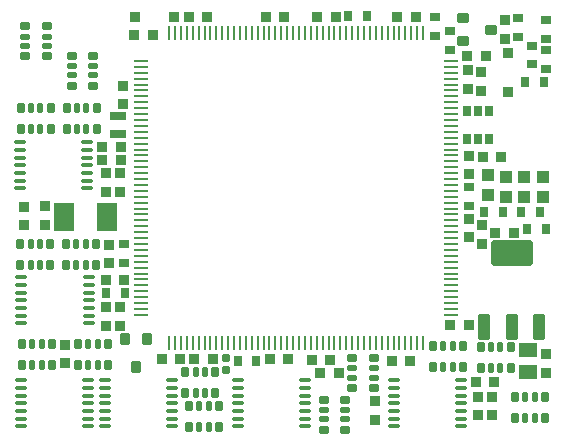
<source format=gtp>
G04*
G04 #@! TF.GenerationSoftware,Altium Limited,Altium Designer,20.0.10 (225)*
G04*
G04 Layer_Color=8421504*
%FSLAX25Y25*%
%MOIN*%
G70*
G01*
G75*
G04:AMPARAMS|DCode=17|XSize=27.56mil|YSize=23.62mil|CornerRadius=2.36mil|HoleSize=0mil|Usage=FLASHONLY|Rotation=180.000|XOffset=0mil|YOffset=0mil|HoleType=Round|Shape=RoundedRectangle|*
%AMROUNDEDRECTD17*
21,1,0.02756,0.01890,0,0,180.0*
21,1,0.02284,0.02362,0,0,180.0*
1,1,0.00472,-0.01142,0.00945*
1,1,0.00472,0.01142,0.00945*
1,1,0.00472,0.01142,-0.00945*
1,1,0.00472,-0.01142,-0.00945*
%
%ADD17ROUNDEDRECTD17*%
G04:AMPARAMS|DCode=18|XSize=137.8mil|YSize=84.65mil|CornerRadius=8.47mil|HoleSize=0mil|Usage=FLASHONLY|Rotation=0.000|XOffset=0mil|YOffset=0mil|HoleType=Round|Shape=RoundedRectangle|*
%AMROUNDEDRECTD18*
21,1,0.13780,0.06772,0,0,0.0*
21,1,0.12087,0.08465,0,0,0.0*
1,1,0.01693,0.06043,-0.03386*
1,1,0.01693,-0.06043,-0.03386*
1,1,0.01693,-0.06043,0.03386*
1,1,0.01693,0.06043,0.03386*
%
%ADD18ROUNDEDRECTD18*%
G04:AMPARAMS|DCode=19|XSize=43.31mil|YSize=84.65mil|CornerRadius=4.33mil|HoleSize=0mil|Usage=FLASHONLY|Rotation=0.000|XOffset=0mil|YOffset=0mil|HoleType=Round|Shape=RoundedRectangle|*
%AMROUNDEDRECTD19*
21,1,0.04331,0.07598,0,0,0.0*
21,1,0.03465,0.08465,0,0,0.0*
1,1,0.00866,0.01732,-0.03799*
1,1,0.00866,-0.01732,-0.03799*
1,1,0.00866,-0.01732,0.03799*
1,1,0.00866,0.01732,0.03799*
%
%ADD19ROUNDEDRECTD19*%
G04:AMPARAMS|DCode=20|XSize=43.31mil|YSize=84.65mil|CornerRadius=4.33mil|HoleSize=0mil|Usage=FLASHONLY|Rotation=0.000|XOffset=0mil|YOffset=0mil|HoleType=Round|Shape=RoundedRectangle|*
%AMROUNDEDRECTD20*
21,1,0.04331,0.07599,0,0,0.0*
21,1,0.03465,0.08465,0,0,0.0*
1,1,0.00866,0.01732,-0.03799*
1,1,0.00866,-0.01732,-0.03799*
1,1,0.00866,-0.01732,0.03799*
1,1,0.00866,0.01732,0.03799*
%
%ADD20ROUNDEDRECTD20*%
%ADD21O,0.04331X0.01181*%
%ADD22O,0.00866X0.05118*%
%ADD23O,0.05118X0.00866*%
G04:AMPARAMS|DCode=24|XSize=33.47mil|YSize=33.47mil|CornerRadius=3.35mil|HoleSize=0mil|Usage=FLASHONLY|Rotation=180.000|XOffset=0mil|YOffset=0mil|HoleType=Round|Shape=RoundedRectangle|*
%AMROUNDEDRECTD24*
21,1,0.03347,0.02677,0,0,180.0*
21,1,0.02677,0.03347,0,0,180.0*
1,1,0.00669,-0.01339,0.01339*
1,1,0.00669,0.01339,0.01339*
1,1,0.00669,0.01339,-0.01339*
1,1,0.00669,-0.01339,-0.01339*
%
%ADD24ROUNDEDRECTD24*%
G04:AMPARAMS|DCode=25|XSize=33.47mil|YSize=33.47mil|CornerRadius=3.35mil|HoleSize=0mil|Usage=FLASHONLY|Rotation=270.000|XOffset=0mil|YOffset=0mil|HoleType=Round|Shape=RoundedRectangle|*
%AMROUNDEDRECTD25*
21,1,0.03347,0.02677,0,0,270.0*
21,1,0.02677,0.03347,0,0,270.0*
1,1,0.00669,-0.01339,-0.01339*
1,1,0.00669,-0.01339,0.01339*
1,1,0.00669,0.01339,0.01339*
1,1,0.00669,0.01339,-0.01339*
%
%ADD25ROUNDEDRECTD25*%
G04:AMPARAMS|DCode=26|XSize=39.37mil|YSize=43.31mil|CornerRadius=3.94mil|HoleSize=0mil|Usage=FLASHONLY|Rotation=270.000|XOffset=0mil|YOffset=0mil|HoleType=Round|Shape=RoundedRectangle|*
%AMROUNDEDRECTD26*
21,1,0.03937,0.03543,0,0,270.0*
21,1,0.03150,0.04331,0,0,270.0*
1,1,0.00787,-0.01772,-0.01575*
1,1,0.00787,-0.01772,0.01575*
1,1,0.00787,0.01772,0.01575*
1,1,0.00787,0.01772,-0.01575*
%
%ADD26ROUNDEDRECTD26*%
%ADD27R,0.05906X0.05118*%
G04:AMPARAMS|DCode=28|XSize=27.56mil|YSize=36.22mil|CornerRadius=2.76mil|HoleSize=0mil|Usage=FLASHONLY|Rotation=180.000|XOffset=0mil|YOffset=0mil|HoleType=Round|Shape=RoundedRectangle|*
%AMROUNDEDRECTD28*
21,1,0.02756,0.03071,0,0,180.0*
21,1,0.02205,0.03622,0,0,180.0*
1,1,0.00551,-0.01102,0.01535*
1,1,0.00551,0.01102,0.01535*
1,1,0.00551,0.01102,-0.01535*
1,1,0.00551,-0.01102,-0.01535*
%
%ADD28ROUNDEDRECTD28*%
G04:AMPARAMS|DCode=29|XSize=27.56mil|YSize=36.22mil|CornerRadius=2.76mil|HoleSize=0mil|Usage=FLASHONLY|Rotation=90.000|XOffset=0mil|YOffset=0mil|HoleType=Round|Shape=RoundedRectangle|*
%AMROUNDEDRECTD29*
21,1,0.02756,0.03071,0,0,90.0*
21,1,0.02205,0.03622,0,0,90.0*
1,1,0.00551,0.01535,0.01102*
1,1,0.00551,0.01535,-0.01102*
1,1,0.00551,-0.01535,-0.01102*
1,1,0.00551,-0.01535,0.01102*
%
%ADD29ROUNDEDRECTD29*%
G04:AMPARAMS|DCode=30|XSize=35.43mil|YSize=37.4mil|CornerRadius=3.54mil|HoleSize=0mil|Usage=FLASHONLY|Rotation=270.000|XOffset=0mil|YOffset=0mil|HoleType=Round|Shape=RoundedRectangle|*
%AMROUNDEDRECTD30*
21,1,0.03543,0.03032,0,0,270.0*
21,1,0.02835,0.03740,0,0,270.0*
1,1,0.00709,-0.01516,-0.01417*
1,1,0.00709,-0.01516,0.01417*
1,1,0.00709,0.01516,0.01417*
1,1,0.00709,0.01516,-0.01417*
%
%ADD30ROUNDEDRECTD30*%
G04:AMPARAMS|DCode=31|XSize=35.43mil|YSize=37.4mil|CornerRadius=3.54mil|HoleSize=0mil|Usage=FLASHONLY|Rotation=270.000|XOffset=0mil|YOffset=0mil|HoleType=Round|Shape=RoundedRectangle|*
%AMROUNDEDRECTD31*
21,1,0.03543,0.03032,0,0,270.0*
21,1,0.02835,0.03740,0,0,270.0*
1,1,0.00709,-0.01516,-0.01417*
1,1,0.00709,-0.01516,0.01417*
1,1,0.00709,0.01516,0.01417*
1,1,0.00709,0.01516,-0.01417*
%
%ADD31ROUNDEDRECTD31*%
%ADD32R,0.06693X0.09449*%
G04:AMPARAMS|DCode=33|XSize=23.62mil|YSize=35.43mil|CornerRadius=2.36mil|HoleSize=0mil|Usage=FLASHONLY|Rotation=180.000|XOffset=0mil|YOffset=0mil|HoleType=Round|Shape=RoundedRectangle|*
%AMROUNDEDRECTD33*
21,1,0.02362,0.03071,0,0,180.0*
21,1,0.01890,0.03543,0,0,180.0*
1,1,0.00472,-0.00945,0.01535*
1,1,0.00472,0.00945,0.01535*
1,1,0.00472,0.00945,-0.01535*
1,1,0.00472,-0.00945,-0.01535*
%
%ADD33ROUNDEDRECTD33*%
G04:AMPARAMS|DCode=34|XSize=25.59mil|YSize=31.5mil|CornerRadius=2.56mil|HoleSize=0mil|Usage=FLASHONLY|Rotation=0.000|XOffset=0mil|YOffset=0mil|HoleType=Round|Shape=RoundedRectangle|*
%AMROUNDEDRECTD34*
21,1,0.02559,0.02638,0,0,0.0*
21,1,0.02047,0.03150,0,0,0.0*
1,1,0.00512,0.01024,-0.01319*
1,1,0.00512,-0.01024,-0.01319*
1,1,0.00512,-0.01024,0.01319*
1,1,0.00512,0.01024,0.01319*
%
%ADD34ROUNDEDRECTD34*%
G04:AMPARAMS|DCode=35|XSize=17.72mil|YSize=31.5mil|CornerRadius=1.77mil|HoleSize=0mil|Usage=FLASHONLY|Rotation=0.000|XOffset=0mil|YOffset=0mil|HoleType=Round|Shape=RoundedRectangle|*
%AMROUNDEDRECTD35*
21,1,0.01772,0.02795,0,0,0.0*
21,1,0.01417,0.03150,0,0,0.0*
1,1,0.00354,0.00709,-0.01398*
1,1,0.00354,-0.00709,-0.01398*
1,1,0.00354,-0.00709,0.01398*
1,1,0.00354,0.00709,0.01398*
%
%ADD35ROUNDEDRECTD35*%
G04:AMPARAMS|DCode=36|XSize=35.83mil|YSize=33.47mil|CornerRadius=3.35mil|HoleSize=0mil|Usage=FLASHONLY|Rotation=270.000|XOffset=0mil|YOffset=0mil|HoleType=Round|Shape=RoundedRectangle|*
%AMROUNDEDRECTD36*
21,1,0.03583,0.02677,0,0,270.0*
21,1,0.02913,0.03347,0,0,270.0*
1,1,0.00669,-0.01339,-0.01457*
1,1,0.00669,-0.01339,0.01457*
1,1,0.00669,0.01339,0.01457*
1,1,0.00669,0.01339,-0.01457*
%
%ADD36ROUNDEDRECTD36*%
G04:AMPARAMS|DCode=37|XSize=35.43mil|YSize=37.4mil|CornerRadius=3.54mil|HoleSize=0mil|Usage=FLASHONLY|Rotation=180.000|XOffset=0mil|YOffset=0mil|HoleType=Round|Shape=RoundedRectangle|*
%AMROUNDEDRECTD37*
21,1,0.03543,0.03032,0,0,180.0*
21,1,0.02835,0.03740,0,0,180.0*
1,1,0.00709,-0.01417,0.01516*
1,1,0.00709,0.01417,0.01516*
1,1,0.00709,0.01417,-0.01516*
1,1,0.00709,-0.01417,-0.01516*
%
%ADD37ROUNDEDRECTD37*%
G04:AMPARAMS|DCode=38|XSize=35.43mil|YSize=37.4mil|CornerRadius=3.54mil|HoleSize=0mil|Usage=FLASHONLY|Rotation=180.000|XOffset=0mil|YOffset=0mil|HoleType=Round|Shape=RoundedRectangle|*
%AMROUNDEDRECTD38*
21,1,0.03543,0.03032,0,0,180.0*
21,1,0.02835,0.03740,0,0,180.0*
1,1,0.00709,-0.01417,0.01516*
1,1,0.00709,0.01417,0.01516*
1,1,0.00709,0.01417,-0.01516*
1,1,0.00709,-0.01417,-0.01516*
%
%ADD38ROUNDEDRECTD38*%
G04:AMPARAMS|DCode=39|XSize=25.59mil|YSize=31.5mil|CornerRadius=2.56mil|HoleSize=0mil|Usage=FLASHONLY|Rotation=270.000|XOffset=0mil|YOffset=0mil|HoleType=Round|Shape=RoundedRectangle|*
%AMROUNDEDRECTD39*
21,1,0.02559,0.02638,0,0,270.0*
21,1,0.02047,0.03150,0,0,270.0*
1,1,0.00512,-0.01319,-0.01024*
1,1,0.00512,-0.01319,0.01024*
1,1,0.00512,0.01319,0.01024*
1,1,0.00512,0.01319,-0.01024*
%
%ADD39ROUNDEDRECTD39*%
G04:AMPARAMS|DCode=40|XSize=17.72mil|YSize=31.5mil|CornerRadius=1.77mil|HoleSize=0mil|Usage=FLASHONLY|Rotation=270.000|XOffset=0mil|YOffset=0mil|HoleType=Round|Shape=RoundedRectangle|*
%AMROUNDEDRECTD40*
21,1,0.01772,0.02795,0,0,270.0*
21,1,0.01417,0.03150,0,0,270.0*
1,1,0.00354,-0.01398,-0.00709*
1,1,0.00354,-0.01398,0.00709*
1,1,0.00354,0.01398,0.00709*
1,1,0.00354,0.01398,-0.00709*
%
%ADD40ROUNDEDRECTD40*%
G04:AMPARAMS|DCode=41|XSize=27.56mil|YSize=55.12mil|CornerRadius=2.76mil|HoleSize=0mil|Usage=FLASHONLY|Rotation=270.000|XOffset=0mil|YOffset=0mil|HoleType=Round|Shape=RoundedRectangle|*
%AMROUNDEDRECTD41*
21,1,0.02756,0.04961,0,0,270.0*
21,1,0.02205,0.05512,0,0,270.0*
1,1,0.00551,-0.02480,-0.01102*
1,1,0.00551,-0.02480,0.01102*
1,1,0.00551,0.02480,0.01102*
1,1,0.00551,0.02480,-0.01102*
%
%ADD41ROUNDEDRECTD41*%
G04:AMPARAMS|DCode=42|XSize=35.83mil|YSize=33.47mil|CornerRadius=3.35mil|HoleSize=0mil|Usage=FLASHONLY|Rotation=180.000|XOffset=0mil|YOffset=0mil|HoleType=Round|Shape=RoundedRectangle|*
%AMROUNDEDRECTD42*
21,1,0.03583,0.02677,0,0,180.0*
21,1,0.02913,0.03347,0,0,180.0*
1,1,0.00669,-0.01457,0.01339*
1,1,0.00669,0.01457,0.01339*
1,1,0.00669,0.01457,-0.01339*
1,1,0.00669,-0.01457,-0.01339*
%
%ADD42ROUNDEDRECTD42*%
D17*
X72835Y24213D02*
D03*
Y28150D02*
D03*
D18*
X167913Y62992D02*
D03*
D19*
X176969Y38583D02*
D03*
X158858D02*
D03*
D20*
X167913D02*
D03*
D21*
X150984Y5315D02*
D03*
Y7874D02*
D03*
Y10433D02*
D03*
Y12992D02*
D03*
Y15551D02*
D03*
Y18110D02*
D03*
Y20669D02*
D03*
X128543Y5315D02*
D03*
Y7874D02*
D03*
Y10433D02*
D03*
Y12992D02*
D03*
Y15551D02*
D03*
Y18110D02*
D03*
Y20669D02*
D03*
X26969Y39665D02*
D03*
Y42224D02*
D03*
Y44783D02*
D03*
Y47343D02*
D03*
Y49902D02*
D03*
Y52461D02*
D03*
Y55020D02*
D03*
X4527Y39665D02*
D03*
Y42224D02*
D03*
Y44783D02*
D03*
Y47343D02*
D03*
Y49902D02*
D03*
Y52461D02*
D03*
Y55020D02*
D03*
X26476Y84646D02*
D03*
Y87205D02*
D03*
Y89764D02*
D03*
Y92323D02*
D03*
Y94882D02*
D03*
Y97441D02*
D03*
Y100000D02*
D03*
X4035Y84646D02*
D03*
Y87205D02*
D03*
Y89764D02*
D03*
Y92323D02*
D03*
Y94882D02*
D03*
Y97441D02*
D03*
Y100000D02*
D03*
X32284Y20669D02*
D03*
Y18110D02*
D03*
Y15551D02*
D03*
Y12992D02*
D03*
Y10433D02*
D03*
Y7874D02*
D03*
Y5315D02*
D03*
X54724Y20669D02*
D03*
Y18110D02*
D03*
Y15551D02*
D03*
Y12992D02*
D03*
Y10433D02*
D03*
Y7874D02*
D03*
Y5315D02*
D03*
X76673Y20669D02*
D03*
Y18110D02*
D03*
Y15551D02*
D03*
Y12992D02*
D03*
Y10433D02*
D03*
Y7874D02*
D03*
Y5315D02*
D03*
X99114Y20669D02*
D03*
Y18110D02*
D03*
Y15551D02*
D03*
Y12992D02*
D03*
Y10433D02*
D03*
Y7874D02*
D03*
Y5315D02*
D03*
X26673D02*
D03*
Y7874D02*
D03*
Y10433D02*
D03*
Y12992D02*
D03*
Y15551D02*
D03*
Y18110D02*
D03*
Y20669D02*
D03*
X4232Y5315D02*
D03*
Y7874D02*
D03*
Y10433D02*
D03*
Y12992D02*
D03*
Y15551D02*
D03*
Y18110D02*
D03*
Y20669D02*
D03*
D22*
X53740Y136614D02*
D03*
X55709D02*
D03*
X57677D02*
D03*
X59646D02*
D03*
X61614D02*
D03*
X63583D02*
D03*
X65551D02*
D03*
X67520D02*
D03*
X69488D02*
D03*
X71457D02*
D03*
X73425D02*
D03*
X75394D02*
D03*
X77362D02*
D03*
X79331D02*
D03*
X81299D02*
D03*
X83268D02*
D03*
X85236D02*
D03*
X87205D02*
D03*
X89173D02*
D03*
X91142D02*
D03*
X93110D02*
D03*
X95079D02*
D03*
X97047D02*
D03*
X99016D02*
D03*
X100984D02*
D03*
X102953D02*
D03*
X104921D02*
D03*
X106890D02*
D03*
X108858D02*
D03*
X110827D02*
D03*
X112795D02*
D03*
X114764D02*
D03*
X116732D02*
D03*
X118701D02*
D03*
X120669D02*
D03*
X122638D02*
D03*
X124606D02*
D03*
X126575D02*
D03*
X128543D02*
D03*
X130512D02*
D03*
X132480D02*
D03*
X134449D02*
D03*
X136417D02*
D03*
X138386D02*
D03*
Y33071D02*
D03*
X136417D02*
D03*
X134449D02*
D03*
X132480D02*
D03*
X130512D02*
D03*
X128543D02*
D03*
X126575D02*
D03*
X124606D02*
D03*
X122638D02*
D03*
X120669D02*
D03*
X118701D02*
D03*
X116732D02*
D03*
X114764D02*
D03*
X112795D02*
D03*
X110827D02*
D03*
X108858D02*
D03*
X106890D02*
D03*
X104921D02*
D03*
X102953D02*
D03*
X100984D02*
D03*
X99016D02*
D03*
X97047D02*
D03*
X95079D02*
D03*
X93110D02*
D03*
X91142D02*
D03*
X89173D02*
D03*
X87205D02*
D03*
X85236D02*
D03*
X83268D02*
D03*
X81299D02*
D03*
X79331D02*
D03*
X77362D02*
D03*
X75394D02*
D03*
X73425D02*
D03*
X71457D02*
D03*
X69488D02*
D03*
X67520D02*
D03*
X65551D02*
D03*
X63583D02*
D03*
X61614D02*
D03*
X59646D02*
D03*
X57677D02*
D03*
X55709D02*
D03*
X53740D02*
D03*
D23*
X147835Y127165D02*
D03*
Y125197D02*
D03*
Y123228D02*
D03*
Y121260D02*
D03*
Y119291D02*
D03*
Y117323D02*
D03*
Y115354D02*
D03*
Y113386D02*
D03*
Y111417D02*
D03*
Y109449D02*
D03*
Y107480D02*
D03*
Y105512D02*
D03*
Y103543D02*
D03*
Y101575D02*
D03*
Y99606D02*
D03*
Y97638D02*
D03*
Y95669D02*
D03*
Y93701D02*
D03*
Y91732D02*
D03*
Y89764D02*
D03*
Y87795D02*
D03*
Y85827D02*
D03*
Y83858D02*
D03*
Y81890D02*
D03*
Y79921D02*
D03*
Y77953D02*
D03*
Y75984D02*
D03*
Y74016D02*
D03*
Y72047D02*
D03*
Y70079D02*
D03*
Y68110D02*
D03*
Y66142D02*
D03*
Y64173D02*
D03*
Y62205D02*
D03*
Y60236D02*
D03*
Y58268D02*
D03*
Y56299D02*
D03*
Y54331D02*
D03*
Y52362D02*
D03*
Y50394D02*
D03*
Y48425D02*
D03*
Y46457D02*
D03*
Y44488D02*
D03*
Y42520D02*
D03*
X44291D02*
D03*
Y44488D02*
D03*
Y46457D02*
D03*
Y48425D02*
D03*
Y50394D02*
D03*
Y52362D02*
D03*
Y54331D02*
D03*
Y56299D02*
D03*
Y58268D02*
D03*
Y60236D02*
D03*
Y62205D02*
D03*
Y64173D02*
D03*
Y66142D02*
D03*
Y68110D02*
D03*
Y70079D02*
D03*
Y72047D02*
D03*
Y74016D02*
D03*
Y75984D02*
D03*
Y77953D02*
D03*
Y79921D02*
D03*
Y81890D02*
D03*
Y83858D02*
D03*
Y85827D02*
D03*
Y87795D02*
D03*
Y89764D02*
D03*
Y91732D02*
D03*
Y93701D02*
D03*
Y95669D02*
D03*
Y97638D02*
D03*
Y99606D02*
D03*
Y101575D02*
D03*
Y103543D02*
D03*
Y105512D02*
D03*
Y107480D02*
D03*
Y109449D02*
D03*
Y111417D02*
D03*
Y113386D02*
D03*
Y115354D02*
D03*
Y117323D02*
D03*
Y119291D02*
D03*
Y121260D02*
D03*
Y123228D02*
D03*
Y125197D02*
D03*
Y127165D02*
D03*
D24*
X162165Y20079D02*
D03*
X155945D02*
D03*
X159409Y128740D02*
D03*
X153189D02*
D03*
X168760Y69882D02*
D03*
X162539D02*
D03*
X68386Y27854D02*
D03*
X62165D02*
D03*
X129724Y141811D02*
D03*
X135945D02*
D03*
X134114Y27165D02*
D03*
X127894D02*
D03*
X48287Y135827D02*
D03*
X42067D02*
D03*
X164527Y95177D02*
D03*
X158307D02*
D03*
X57441Y27756D02*
D03*
X51220D02*
D03*
X110394Y23031D02*
D03*
X104173D02*
D03*
X31536Y94193D02*
D03*
X37756D02*
D03*
X60276Y141929D02*
D03*
X66496D02*
D03*
X92185Y141831D02*
D03*
X85965D02*
D03*
X109311Y141831D02*
D03*
X103091D02*
D03*
X147382Y39272D02*
D03*
X153602D02*
D03*
X93465Y27756D02*
D03*
X87244D02*
D03*
X101221Y27461D02*
D03*
X107441D02*
D03*
X31437Y98523D02*
D03*
X37657D02*
D03*
X38839Y54232D02*
D03*
X32618D02*
D03*
D25*
X165650Y134488D02*
D03*
Y140709D02*
D03*
X179429Y29488D02*
D03*
Y23268D02*
D03*
X153248Y124173D02*
D03*
Y117953D02*
D03*
X37303Y89823D02*
D03*
Y83602D02*
D03*
X157776Y123386D02*
D03*
Y117165D02*
D03*
X122343Y13740D02*
D03*
Y7520D02*
D03*
X156791Y15217D02*
D03*
Y8996D02*
D03*
X161221Y8996D02*
D03*
Y15216D02*
D03*
X12500Y72480D02*
D03*
Y78701D02*
D03*
X32776Y89823D02*
D03*
Y83602D02*
D03*
X37402Y45138D02*
D03*
Y38917D02*
D03*
X158169Y66181D02*
D03*
Y72402D02*
D03*
X32579Y45039D02*
D03*
Y38819D02*
D03*
X18996Y32638D02*
D03*
Y26417D02*
D03*
X5413Y78602D02*
D03*
Y72382D02*
D03*
X153543Y95531D02*
D03*
Y89311D02*
D03*
X153642Y68347D02*
D03*
Y74567D02*
D03*
X33760Y65905D02*
D03*
Y59685D02*
D03*
X38484Y112736D02*
D03*
Y118957D02*
D03*
D26*
X178445Y81693D02*
D03*
Y88386D02*
D03*
X165945Y88484D02*
D03*
Y81791D02*
D03*
X172146Y81693D02*
D03*
Y88386D02*
D03*
X160020Y89075D02*
D03*
Y82382D02*
D03*
D27*
X173228Y30807D02*
D03*
Y23327D02*
D03*
D28*
X82874Y27264D02*
D03*
X76575D02*
D03*
X165157Y76968D02*
D03*
X158858D02*
D03*
X113484Y142028D02*
D03*
X119784D02*
D03*
X171063Y76772D02*
D03*
X177362D02*
D03*
X172933Y71260D02*
D03*
X179232D02*
D03*
X38878Y49705D02*
D03*
X32579D02*
D03*
X178543Y120177D02*
D03*
X172244D02*
D03*
D29*
X147244Y137106D02*
D03*
Y130807D02*
D03*
X142520Y141929D02*
D03*
Y135630D02*
D03*
X153642Y78839D02*
D03*
Y85138D02*
D03*
X170177Y135236D02*
D03*
Y141535D02*
D03*
X179232Y124409D02*
D03*
Y130709D02*
D03*
X179232Y134547D02*
D03*
Y140846D02*
D03*
X174606Y125984D02*
D03*
Y132283D02*
D03*
X38583Y66043D02*
D03*
Y59744D02*
D03*
D30*
X151850Y141339D02*
D03*
X161102Y137599D02*
D03*
D31*
X151850Y133858D02*
D03*
D32*
X33169Y75099D02*
D03*
X18602D02*
D03*
D33*
X160531Y110433D02*
D03*
X156791D02*
D03*
X153051D02*
D03*
Y100984D02*
D03*
X156791D02*
D03*
X160531D02*
D03*
D34*
X168996Y8169D02*
D03*
Y15256D02*
D03*
X179035D02*
D03*
Y8169D02*
D03*
X167618Y24705D02*
D03*
Y31791D02*
D03*
X157579D02*
D03*
Y24705D02*
D03*
X19390Y59153D02*
D03*
Y66240D02*
D03*
X29429D02*
D03*
Y59153D02*
D03*
X14173Y59154D02*
D03*
Y66240D02*
D03*
X4134D02*
D03*
Y59154D02*
D03*
X23327Y25787D02*
D03*
Y32874D02*
D03*
X33366D02*
D03*
Y25787D02*
D03*
X14665D02*
D03*
Y32874D02*
D03*
X4626D02*
D03*
Y25787D02*
D03*
X19587Y104331D02*
D03*
Y111417D02*
D03*
X29626D02*
D03*
Y104331D02*
D03*
X151772Y25000D02*
D03*
Y32087D02*
D03*
X141732D02*
D03*
Y25000D02*
D03*
X4232Y104331D02*
D03*
Y111417D02*
D03*
X14272D02*
D03*
Y104331D02*
D03*
X59153Y23524D02*
D03*
Y16437D02*
D03*
X69193D02*
D03*
Y23524D02*
D03*
X70374Y5217D02*
D03*
Y12303D02*
D03*
X60335D02*
D03*
Y5217D02*
D03*
D35*
X172441Y8169D02*
D03*
X175591D02*
D03*
Y15256D02*
D03*
X172441D02*
D03*
X161024Y31791D02*
D03*
X164173D02*
D03*
Y24705D02*
D03*
X161024D02*
D03*
X22835Y59153D02*
D03*
X25984D02*
D03*
Y66240D02*
D03*
X22835D02*
D03*
X7579Y66240D02*
D03*
X10728D02*
D03*
Y59154D02*
D03*
X7579D02*
D03*
X26772Y25787D02*
D03*
X29921D02*
D03*
Y32874D02*
D03*
X26772D02*
D03*
X8071D02*
D03*
X11221D02*
D03*
Y25787D02*
D03*
X8071D02*
D03*
X23032Y104331D02*
D03*
X26181D02*
D03*
Y111417D02*
D03*
X23032D02*
D03*
X145177Y32087D02*
D03*
X148327D02*
D03*
Y25000D02*
D03*
X145177D02*
D03*
X7677Y104331D02*
D03*
X10827D02*
D03*
Y111417D02*
D03*
X7677D02*
D03*
X65748Y16437D02*
D03*
X62598D02*
D03*
Y23524D02*
D03*
X65748D02*
D03*
X63780Y12303D02*
D03*
X66929D02*
D03*
Y5217D02*
D03*
X63780D02*
D03*
D36*
X166732Y129921D02*
D03*
Y116929D02*
D03*
D37*
X42618Y25079D02*
D03*
X46358Y34331D02*
D03*
D38*
X38878D02*
D03*
D39*
X105217Y4232D02*
D03*
X112303D02*
D03*
Y14272D02*
D03*
X105217D02*
D03*
X114862Y18110D02*
D03*
X121949D02*
D03*
Y28150D02*
D03*
X114862D02*
D03*
X28504Y118877D02*
D03*
X21417D02*
D03*
Y128917D02*
D03*
X28504D02*
D03*
X12894Y128642D02*
D03*
X5807D02*
D03*
Y138681D02*
D03*
X12894D02*
D03*
D40*
X112303Y10827D02*
D03*
Y7677D02*
D03*
X105217D02*
D03*
Y10827D02*
D03*
X121949Y24705D02*
D03*
Y21555D02*
D03*
X114862D02*
D03*
Y24705D02*
D03*
X28504Y122322D02*
D03*
Y125472D02*
D03*
X21417D02*
D03*
Y122322D02*
D03*
X12894Y132087D02*
D03*
Y135236D02*
D03*
X5807D02*
D03*
Y132087D02*
D03*
D41*
X36614Y102756D02*
D03*
Y108661D02*
D03*
D42*
X42323Y141831D02*
D03*
X55315D02*
D03*
M02*

</source>
